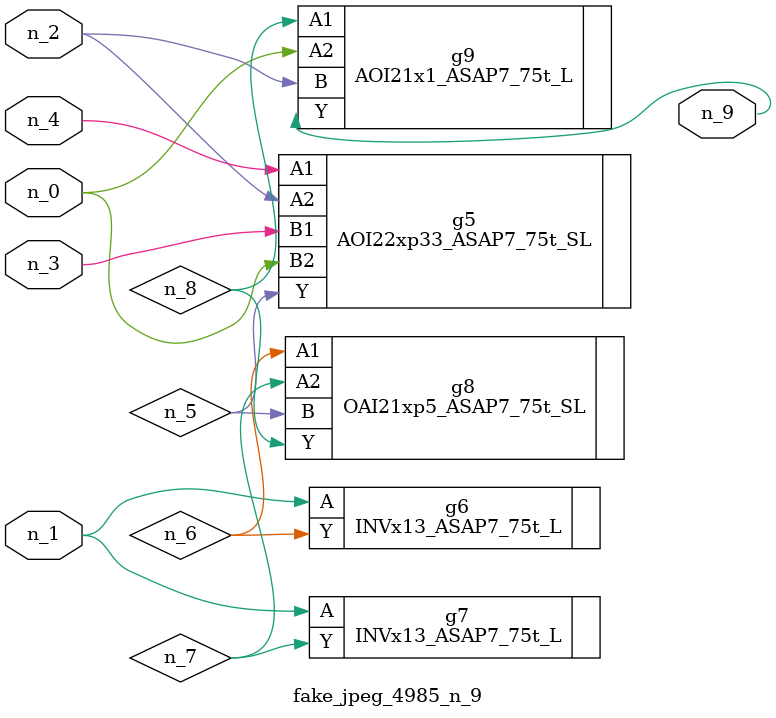
<source format=v>
module fake_jpeg_4985_n_9 (n_3, n_2, n_1, n_0, n_4, n_9);

input n_3;
input n_2;
input n_1;
input n_0;
input n_4;

output n_9;

wire n_8;
wire n_6;
wire n_5;
wire n_7;

AOI22xp33_ASAP7_75t_SL g5 ( 
.A1(n_4),
.A2(n_2),
.B1(n_3),
.B2(n_0),
.Y(n_5)
);

INVx13_ASAP7_75t_L g6 ( 
.A(n_1),
.Y(n_6)
);

INVx13_ASAP7_75t_L g7 ( 
.A(n_1),
.Y(n_7)
);

OAI21xp5_ASAP7_75t_SL g8 ( 
.A1(n_6),
.A2(n_7),
.B(n_5),
.Y(n_8)
);

AOI21x1_ASAP7_75t_L g9 ( 
.A1(n_8),
.A2(n_0),
.B(n_2),
.Y(n_9)
);


endmodule
</source>
